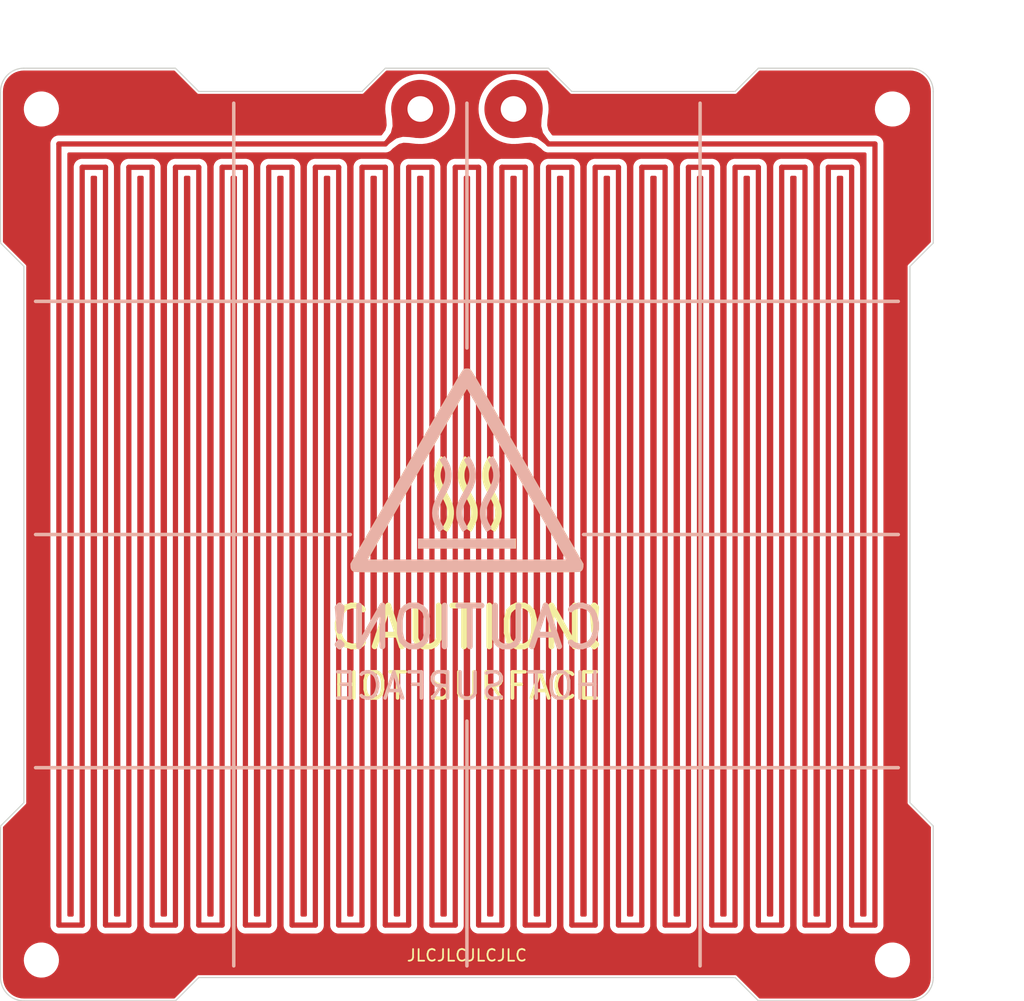
<source format=kicad_pcb>
(kicad_pcb (version 20221018) (generator pcbnew)
  (title_block (title "Reflow Hot Plate Heatbed") (date "2023-08-09") (rev "${REVISION}") (company "Author: I. Kajdan") (comment 1 "Promoter: A. Bondyra, Ph.D."))
  (layers (0 "F.Cu" signal) (31 "B.Cu" signal) (34 "B.Paste" user) (35 "F.Paste" user) (36 "B.SilkS" user "B.Silkscreen") (37 "F.SilkS" user "F.Silkscreen") (38 "B.Mask" user) (39 "F.Mask" user) (44 "Edge.Cuts" user))
  (property "REVISION" "1.0")
  (net 0 "")
  (net 1 "Net-(J1-Pin_1)")
  (footprint "MountingHole:MountingHole_2.5mm" (layer "F.Cu") (at 111.5 136.5 180)
    (fp_text reference "H3" hide)
    (fp_text value "2.5mm")
    (pad "" np_thru_hole circle locked (at 0 0 180) (size 2.5 2.5) (drill 2.5) (layers "*.Cu" "*.Mask"))
  )
  (footprint "Local_Library:Pad_D5mm_H2.2mm" (layer "F.Cu") (at 152 63.5 180)
    (fp_text reference "J1" hide)
    (fp_text value "Conn_01x01" hide)
    (pad "1" thru_hole circle locked (at 0 0 180) (size 5 5) (drill 2.2) (layers "*.Cu" "F.Mask") (remove_unused_layers) (zone_layer_connections "F.Cu") (net 1 "Net-(J1-Pin_1)"))
  )
  (footprint "MountingHole:MountingHole_2.5mm" (layer "F.Cu") (at 184.5 136.5 180)
    (fp_text reference "H4" hide)
    (fp_text value "2.5mm")
    (pad "" np_thru_hole circle locked (at 0 0 180) (size 2.5 2.5) (drill 2.5) (layers "*.Cu" "*.Mask"))
  )
  (footprint "Local_Library:Pad_D5mm_H2.2mm" (layer "F.Cu") (at 144 63.5 180)
    (fp_text reference "J2" hide)
    (fp_text value "Conn_01x01" hide)
    (pad "1" thru_hole circle locked (at 0 0 180) (size 5 5) (drill 2.2) (layers "*.Cu" "F.Mask") (remove_unused_layers) (zone_layer_connections "F.Cu") (net 1 "Net-(J1-Pin_1)"))
  )
  (footprint "MountingHole:MountingHole_2.5mm" (layer "F.Cu") (at 184.5 63.5 180)
    (fp_text reference "H1" hide)
    (fp_text value "2.5mm")
    (pad "" np_thru_hole circle locked (at 0 0 180) (size 2.5 2.5) (drill 2.5) (layers "*.Cu" "*.Mask"))
  )
  (footprint "Local_Library:HotSurfaceSign_20mm" (layer "F.Cu") (at 148 94.5)
    (fp_text reference "G***" hide)
    (fp_text value "LOGO" hide)
    (fp_poly (pts (xy 4.2 6.274901) (xy 4.2 6.708804) (xy 0.016666 6.708804) (xy -4.166667 6.708804) (xy -4.166667 6.274901) (xy -4.166667 5.840999) (xy 0.016666 5.840999) (xy 4.2 5.840999)) (fill solid) (layer "F.SilkS"))
    (fp_poly (pts (xy 0.030548 -1.08672) (xy 0.132254 -1.014458) (xy 0.211142 -0.957378) (xy 0.252687 -0.926013) (xy 0.255163 -0.923827) (xy 0.246078 -0.890415) (xy 0.209419 -0.812459) (xy 0.151567 -0.702857) (xy 0.102855 -0.615922) (xy -0.029289 -0.369078) (xy -0.121622 -0.154265) (xy -0.179393 0.045683) (xy -0.207851 0.247931) (xy -0.213084 0.417214) (xy -0.205832 0.581891) (xy -0.183966 0.740587) (xy -0.143919 0.90313) (xy -0.08212 1.079344) (xy 0.004997 1.279056) (xy 0.121003 1.512093) (xy 0.269467 1.78828) (xy 0.314241 1.86912) (xy 0.468809 2.151203) (xy 0.592231 2.387383) (xy 0.689157 2.588073) (xy 0.764233 2.763685) (xy 0.822108 2.924634) (xy 0.867429 3.081333) (xy 0.882286 3.141757) (xy 0.916892 3.359821) (xy 0.930566 3.611627) (xy 0.923352 3.868148) (xy 0.895298 4.100353) (xy 0.880683 4.170009) (xy 0.844498 4.286881) (xy 0.785584 4.44086) (xy 0.711453 4.615558) (xy 0.629619 4.794585) (xy 0.547598 4.961553) (xy 0.472902 5.100075) (xy 0.413046 5.193761) (xy 0.408779 5.199263) (xy 0.348547 5.275135) (xy 0.137655 5.126438) (xy 0.035905 5.054219) (xy -0.042748 4.997499) (xy -0.084017 4.966603) (xy -0.08657 4.96439) (xy -0.07707 4.931593) (xy -0.040479 4.854837) (xy 0.016492 4.747698) (xy 0.050649 4.686755) (xy 0.171023 4.463392) (xy 0.255888 4.272835) (xy 0.311551 4.095898) (xy 0.344317 3.913395) (xy 0.358267 3.750755) (xy 0.362564 3.569008) (xy 0.351818 3.399717) (xy 0.322695 3.232903) (xy 0.271861 3.058587) (xy 0.195983 2.866792) (xy 0.091726 2.647539) (xy -0.044244 2.390849) (xy -0.172899 2.160968) (xy -0.273714 1.980756) (xy -0.370938 1.801775) (xy -0.455938 1.64028) (xy -0.520079 1.512527) (xy -0.54064 1.468594) (xy -0.685629 1.072671) (xy -0.763999 0.678934) (xy -0.775746 0.287352) (xy -0.720868 -0.102103) (xy -0.599362 -0.48946) (xy -0.411225 -0.874748) (xy -0.274615 -1.092791) (xy -0.178807 -1.234334)) (fill solid) (layer "F.SilkS"))
    (fp_poly (pts (xy 1.950747 -1.216739) (xy 2.029168 -1.168448) (xy 2.130738 -1.099613) (xy 2.15596 -1.081741) (xy 2.370387 -0.928529) (xy 2.311673 -0.839757) (xy 2.166891 -0.608182) (xy 2.058667 -0.403179) (xy 1.976577 -0.203959) (xy 1.944244 -0.107007) (xy 1.9022 0.038024) (xy 1.878191 0.157224) (xy 1.869041 0.278048) (xy 1.87157 0.427954) (xy 1.8747 0.493782) (xy 1.885266 0.636316) (xy 1.903666 0.767898) (xy 1.933483 0.898097) (xy 1.978301 1.036484) (xy 2.041703 1.192627) (xy 2.127271 1.376096) (xy 2.23859 1.59646) (xy 2.379243 1.863288) (xy 2.406861 1.914952) (xy 2.570295 2.228237) (xy 2.700194 2.496778) (xy 2.800609 2.730965) (xy 2.875593 2.941187) (xy 2.929198 3.137833) (xy 2.965476 3.331293) (xy 2.969087 3.356433) (xy 2.990977 3.663523) (xy 2.968154 3.966274) (xy 2.89819 4.274339) (xy 2.77866 4.597375) (xy 2.607138 4.945036) (xy 2.53977 5.06498) (xy 2.476404 5.166979) (xy 2.421733 5.240998) (xy 2.386706 5.272375) (xy 2.38474 5.272604) (xy 2.342784 5.253686) (xy 2.263211 5.204499) (xy 2.161703 5.134869) (xy 2.140268 5.11944) (xy 1.930537 4.967261) (xy 2.000751 4.861751) (xy 2.105633 4.68382) (xy 2.209035 4.473229) (xy 2.299907 4.255231) (xy 2.367199 4.055077) (xy 2.386036 3.981229) (xy 2.420641 3.742683) (xy 2.416813 3.499794) (xy 2.372522 3.244121) (xy 2.285737 2.967225) (xy 2.154427 2.660666) (xy 1.992305 2.344722) (xy 1.821761 2.028628) (xy 1.682476 1.761021) (xy 1.571177 1.533281) (xy 1.484598 1.336792) (xy 1.419467 1.162935) (xy 1.372515 1.003092) (xy 1.340473 0.848645) (xy 1.320072 0.690975) (xy 1.309232 0.544198) (xy 1.306027 0.252064) (xy 1.3343 -0.0086) (xy 1.398718 -0.267444) (xy 1.467887 -0.463609) (xy 1.521441 -0.588613) (xy 1.590117 -0.729532) (xy 1.666727 -0.873849) (xy 1.744084 -1.009045) (xy 1.815003 -1.122602) (xy 1.872295 -1.202002) (xy 1.908773 -1.234726) (xy 1.910732 -1.234954)) (fill solid) (layer "F.SilkS"))
    (fp_poly (pts (xy -2.141176 -1.182323) (xy -2.059524 -1.126561) (xy -1.963485 -1.059629) (xy -1.87293 -0.995429) (xy -1.807726 -0.947863) (xy -1.791162 -0.934935) (xy -1.796204 -0.899119) (xy -1.830583 -0.820311) (xy -1.887989 -0.71193) (xy -1.929945 -0.639812) (xy -2.083575 -0.352993) (xy -2.186187 -0.084804) (xy -2.24348 0.181208) (xy -2.255701 0.300394) (xy -2.259602 0.465473) (xy -2.245545 0.630724) (xy -2.210742 0.80383) (xy -2.152403 0.992476) (xy -2.067742 1.204346) (xy -1.953969 1.447123) (xy -1.808296 1.728491) (xy -1.627936 2.056135) (xy -1.601759 2.102594) (xy -1.428633 2.424909) (xy -1.296623 2.70974) (xy -1.20218 2.969158) (xy -1.141757 3.215238) (xy -1.111805 3.460052) (xy -1.108774 3.715673) (xy -1.111214 3.771616) (xy -1.144204 4.091717) (xy -1.212151 4.379191) (xy -1.322518 4.662222) (xy -1.376347 4.77293) (xy -1.461831 4.934078) (xy -1.543023 5.074944) (xy -1.613364 5.185141) (xy -1.666298 5.254282) (xy -1.692085 5.273056) (xy -1.729673 5.25523) (xy -1.80643 5.208619) (xy -1.906891 5.14269) (xy -1.923805 5.131204) (xy -2.023407 5.060494) (xy -2.097156 5.002895) (xy -2.131273 4.969282) (xy -2.132139 4.966776) (xy -2.116198 4.929214) (xy -2.073007 4.851318) (xy -2.011394 4.748888) (xy -2.00158 4.733137) (xy -1.837217 4.427985) (xy -1.731635 4.127032) (xy -1.679799 3.815163) (xy -1.675691 3.754928) (xy -1.673777 3.554959) (xy -1.692701 3.362485) (xy -1.735881 3.167191) (xy -1.806733 2.958765) (xy -1.908673 2.726892) (xy -2.045118 2.46126) (xy -2.189819 2.202891) (xy -2.353075 1.913262) (xy -2.483346 1.667309) (xy -2.585553 1.453795) (xy -2.664617 1.261481) (xy -2.725459 1.07913) (xy -2.772999 0.895505) (xy -2.783666 0.846743) (xy -2.827244 0.480814) (xy -2.805874 0.106071) (xy -2.720013 -0.273362) (xy -2.63361 -0.511519) (xy -2.5656 -0.661271) (xy -2.487145 -0.81233) (xy -2.405205 -0.953727) (xy -2.326738 -1.074491) (xy -2.258705 -1.163654) (xy -2.208064 -1.210246) (xy -2.188573 -1.213013)) (fill solid) (layer "F.SilkS"))
    (fp_poly (pts (xy 0.182909 -8.723919) (xy 0.303403 -8.668548) (xy 0.319769 -8.652357) (xy 0.345805 -8.618586) (xy 0.382562 -8.565441) (xy 0.431088 -8.491128) (xy 0.492433 -8.393853) (xy 0.567648 -8.271821) (xy 0.657782 -8.123237) (xy 0.763884 -7.946309) (xy 0.887005 -7.73924) (xy 1.028194 -7.500237) (xy 1.1885 -7.227506) (xy 1.368974 -6.919253) (xy 1.570665 -6.573682) (xy 1.794622 -6.189001) (xy 2.041897 -5.763413) (xy 2.313537 -5.295126) (xy 2.610594 -4.782345) (xy 2.934116 -4.223275) (xy 3.285154 -3.616123) (xy 3.664756 -2.959094) (xy 4.073973 -2.250393) (xy 4.513855 -1.488226) (xy 4.985451 -0.6708) (xy 5.209397 -0.282543) (xy 10.002128 8.027201) (xy 9.991591 8.228884) (xy 9.959326 8.421214) (xy 9.883003 8.566464) (xy 9.759192 8.670479) (xy 9.720618 8.690629) (xy 9.705559 8.695996) (xy 9.682245 8.700999) (xy 9.648414 8.70565) (xy 9.6018 8.709961) (xy 9.54014 8.713945) (xy 9.461169 8.717615) (xy 9.362623 8.720983) (xy 9.242237 8.72406) (xy 9.097747 8.726861) (xy 8.92689 8.729397) (xy 8.727399 8.73168) (xy 8.497012 8.733723) (xy 8.233464 8.735539) (xy 7.934491 8.73714) (xy 7.597828 8.738538) (xy 7.221211 8.739745) (xy 6.802376 8.740775) (xy 6.339058 8.74164) (xy 5.828993 8.742352) (xy 5.269917 8.742923) (xy 4.659566 8.743366) (xy 3.995674 8.743694) (xy 3.275979 8.743918) (xy 2.498215 8.744052) (xy 1.660118 8.744107) (xy 0.759424 8.744097) (xy -0.005038 8.744049) (xy -0.957412 8.743953) (xy -1.845382 8.743809) (xy -2.671208 8.743607) (xy -3.437153 8.743333) (xy -4.145478 8.742974) (xy -4.798445 8.742518) (xy -5.398316 8.741952) (xy -5.947353 8.741263) (xy -6.447818 8.740439) (xy -6.901971 8.739466) (xy -7.312076 8.738333) (xy -7.680393 8.737025) (xy -8.009185 8.735532) (xy -8.300713 8.733839) (xy -8.557239 8.731934) (xy -8.781025 8.729804) (xy -8.974332 8.727437) (xy -9.139423 8.724819) (xy -9.278559 8.721939) (xy -9.394001 8.718783) (xy -9.488013 8.715339) (xy -9.562854 8.711594) (xy -9.620788 8.707535) (xy -9.664075 8.703149) (xy -9.694979 8.698424) (xy -9.715759 8.693346) (xy -9.726061 8.6893) (xy -9.857821 8.597993) (xy -9.940489 8.473847) (xy -9.979012 8.307659) (xy -9.983274 8.210775) (xy -9.983215 7.993824) (xy -9.781087 7.643364) (xy -8.496042 7.643364) (xy 0.003384 7.643364) (xy 8.50281 7.643364) (xy 8.420394 7.501511) (xy 8.396482 7.460246) (xy 8.340599 7.363742) (xy 8.254203 7.214517) (xy 8.138751 7.015089) (xy 7.9957 6.767976) (xy 7.826507 6.475694) (xy 7.632631 6.140763) (xy 7.415527 5.765699) (xy 7.176654 5.35302) (xy 6.917469 4.905244) (xy 6.639428 4.424889) (xy 6.34399 3.914471) (xy 6.032611 3.37651) (xy 5.706749 2.813521) (xy 5.367862 2.228024) (xy 5.017406 1.622535) (xy 4.656838 0.999573) (xy 4.287617 0.361655) (xy 4.184546 0.183574) (xy 3.814145 -0.456253) (xy 3.452412 -1.080845) (xy 3.100777 -1.687744) (xy 2.760668 -2.274494) (xy 2.433514 -2.838638) (xy 2.120744 -3.377718) (xy 1.823786 -3.889277) (xy 1.54407 -4.370858) (xy 1.283024 -4.820004) (xy 1.042076 -5.234259) (xy 0.822656 -5.611164) (xy 0.626192 -5.948262) (xy 0.454114 -6.243098) (xy 0.307849 -6.493212) (xy 0.188827 -6.69615) (xy 0.098476 -6.849452) (xy 0.038226 -6.950663) (xy 0.009504 -6.997324) (xy 0.007223 -7.00033) (xy -0.011656 -6.972379) (xy -0.063209 -6.887775) (xy -0.146766 -6.74767) (xy -0.261659 -6.553217) (xy -0.407216 -6.305569) (xy -0.582771 -6.005877) (xy -0.787652 -5.655295) (xy -1.021191 -5.254975) (xy -1.282718 -4.806069) (xy -1.571565 -4.309729) (xy -1.887062 -3.767109) (xy -2.228539 -3.17936) (xy -2.595327 -2.547636) (xy -2.986758 -1.873088) (xy -3.402161 -1.156869) (xy -3.840867 -0.400131) (xy -4.302208 0.395973) (xy -4.785513 1.23029) (xy -5.290114 2.101668) (xy -5.815341 3.008956) (xy -6.360525 3.950999) (xy -6.924997 4.926647) (xy -7.508087 5.934745) (xy -8.109126 6.974143) (xy -8.239688 7.199963) (xy -8.496042 7.643364) (xy -9.781087 7.643364) (xy -5.202925 -0.294486) (xy -4.720702 -1.130484) (xy -4.270642 -1.910482) (xy -3.85166 -2.636336) (xy -3.462667 -3.309906) (xy -3.102577 -3.933047) (xy -2.770302 -4.507618) (xy -2.464755 -5.035476) (xy -2.184848 -5.518479) (xy -1.929493 -5.958484) (xy -1.697605 -6.357349) (xy -1.488094 -6.716931) (xy -1.299875 -7.039087) (xy -1.131859 -7.325676) (xy -0.982959 -7.578554) (xy -0.852087 -7.799579) (xy -0.738157 -7.99061) (xy -0.640081 -8.153502) (xy -0.556771 -8.290114) (xy -0.487141 -8.402303) (xy -0.430103 -8.491927) (xy -0.384569 -8.560843) (xy -0.349452 -8.610909) (xy -0.323665 -8.643982) (xy -0.30612 -8.66192) (xy -0.303581 -8.663803) (xy -0.155843 -8.728542) (xy 0.01477 -8.748645)) (fill solid) (layer "F.SilkS"))
  )
  (footprint "MountingHole:MountingHole_2.5mm" (layer "F.Cu") (at 111.5 63.5 180)
    (fp_text reference "H2" hide)
    (fp_text value "2.5mm")
    (pad "" np_thru_hole circle locked (at 0 0 180) (size 2.5 2.5) (drill 2.5) (layers "*.Cu" "*.Mask"))
  )
  (footprint "Local_Library:HotSurfaceSign_20mm" (layer "B.Cu") (at 148 94.5 180)
    (fp_text reference "G***" hide)
    (fp_text value "LOGO" hide)
    (fp_poly (pts (xy 4.2 -6.274901) (xy 4.2 -6.708804) (xy 0.016666 -6.708804) (xy -4.166667 -6.708804) (xy -4.166667 -6.274901) (xy -4.166667 -5.840999) (xy 0.016666 -5.840999) (xy 4.2 -5.840999)) (fill solid) (layer "B.SilkS"))
    (fp_poly (pts (xy 0.030548 1.08672) (xy 0.132254 1.014458) (xy 0.211142 0.957378) (xy 0.252687 0.926013) (xy 0.255163 0.923827) (xy 0.246078 0.890415) (xy 0.209419 0.812459) (xy 0.151567 0.702857) (xy 0.102855 0.615922) (xy -0.029289 0.369078) (xy -0.121622 0.154265) (xy -0.179393 -0.045683) (xy -0.207851 -0.247931) (xy -0.213084 -0.417214) (xy -0.205832 -0.581891) (xy -0.183966 -0.740587) (xy -0.143919 -0.90313) (xy -0.08212 -1.079344) (xy 0.004997 -1.279056) (xy 0.121003 -1.512093) (xy 0.269467 -1.78828) (xy 0.314241 -1.86912) (xy 0.468809 -2.151203) (xy 0.592231 -2.387383) (xy 0.689157 -2.588073) (xy 0.764233 -2.763685) (xy 0.822108 -2.924634) (xy 0.867429 -3.081333) (xy 0.882286 -3.141757) (xy 0.916892 -3.359821) (xy 0.930566 -3.611627) (xy 0.923352 -3.868148) (xy 0.895298 -4.100353) (xy 0.880683 -4.170009) (xy 0.844498 -4.286881) (xy 0.785584 -4.44086) (xy 0.711453 -4.615558) (xy 0.629619 -4.794585) (xy 0.547598 -4.961553) (xy 0.472902 -5.100075) (xy 0.413046 -5.193761) (xy 0.408779 -5.199263) (xy 0.348547 -5.275135) (xy 0.137655 -5.126438) (xy 0.035905 -5.054219) (xy -0.042748 -4.997499) (xy -0.084017 -4.966603) (xy -0.08657 -4.96439) (xy -0.07707 -4.931593) (xy -0.040479 -4.854837) (xy 0.016492 -4.747698) (xy 0.050649 -4.686755) (xy 0.171023 -4.463392) (xy 0.255888 -4.272835) (xy 0.311551 -4.095898) (xy 0.344317 -3.913395) (xy 0.358267 -3.750755) (xy 0.362564 -3.569008) (xy 0.351818 -3.399717) (xy 0.322695 -3.232903) (xy 0.271861 -3.058587) (xy 0.195983 -2.866792) (xy 0.091726 -2.647539) (xy -0.044244 -2.390849) (xy -0.172899 -2.160968) (xy -0.273714 -1.980756) (xy -0.370938 -1.801775) (xy -0.455938 -1.64028) (xy -0.520079 -1.512527) (xy -0.54064 -1.468594) (xy -0.685629 -1.072671) (xy -0.763999 -0.678934) (xy -0.775746 -0.287352) (xy -0.720868 0.102103) (xy -0.599362 0.48946) (xy -0.411225 0.874748) (xy -0.274615 1.092791) (xy -0.178807 1.234334)) (fill solid) (layer "B.SilkS"))
    (fp_poly (pts (xy 1.950747 1.216739) (xy 2.029168 1.168448) (xy 2.130738 1.099613) (xy 2.15596 1.081741) (xy 2.370387 0.928529) (xy 2.311673 0.839757) (xy 2.166891 0.608182) (xy 2.058667 0.403179) (xy 1.976577 0.203959) (xy 1.944244 0.107007) (xy 1.9022 -0.038024) (xy 1.878191 -0.157224) (xy 1.869041 -0.278048) (xy 1.87157 -0.427954) (xy 1.8747 -0.493782) (xy 1.885266 -0.636316) (xy 1.903666 -0.767898) (xy 1.933483 -0.898097) (xy 1.978301 -1.036484) (xy 2.041703 -1.192627) (xy 2.127271 -1.376096) (xy 2.23859 -1.59646) (xy 2.379243 -1.863288) (xy 2.406861 -1.914952) (xy 2.570295 -2.228237) (xy 2.700194 -2.496778) (xy 2.800609 -2.730965) (xy 2.875593 -2.941187) (xy 2.929198 -3.137833) (xy 2.965476 -3.331293) (xy 2.969087 -3.356433) (xy 2.990977 -3.663523) (xy 2.968154 -3.966274) (xy 2.89819 -4.274339) (xy 2.77866 -4.597375) (xy 2.607138 -4.945036) (xy 2.53977 -5.06498) (xy 2.476404 -5.166979) (xy 2.421733 -5.240998) (xy 2.386706 -5.272375) (xy 2.38474 -5.272604) (xy 2.342784 -5.253686) (xy 2.263211 -5.204499) (xy 2.161703 -5.134869) (xy 2.140268 -5.11944) (xy 1.930537 -4.967261) (xy 2.000751 -4.861751) (xy 2.105633 -4.68382) (xy 2.209035 -4.473229) (xy 2.299907 -4.255231) (xy 2.367199 -4.055077) (xy 2.386036 -3.981229) (xy 2.420641 -3.742683) (xy 2.416813 -3.499794) (xy 2.372522 -3.244121) (xy 2.285737 -2.967225) (xy 2.154427 -2.660666) (xy 1.992305 -2.344722) (xy 1.821761 -2.028628) (xy 1.682476 -1.761021) (xy 1.571177 -1.533281) (xy 1.484598 -1.336792) (xy 1.419467 -1.162935) (xy 1.372515 -1.003092) (xy 1.340473 -0.848645) (xy 1.320072 -0.690975) (xy 1.309232 -0.544198) (xy 1.306027 -0.252064) (xy 1.3343 0.0086) (xy 1.398718 0.267444) (xy 1.467887 0.463609) (xy 1.521441 0.588613) (xy 1.590117 0.729532) (xy 1.666727 0.873849) (xy 1.744084 1.009045) (xy 1.815003 1.122602) (xy 1.872295 1.202002) (xy 1.908773 1.234726) (xy 1.910732 1.234954)) (fill solid) (layer "B.SilkS"))
    (fp_poly (pts (xy -2.141176 1.182323) (xy -2.059524 1.126561) (xy -1.963485 1.059629) (xy -1.87293 0.995429) (xy -1.807726 0.947863) (xy -1.791162 0.934935) (xy -1.796204 0.899119) (xy -1.830583 0.820311) (xy -1.887989 0.71193) (xy -1.929945 0.639812) (xy -2.083575 0.352993) (xy -2.186187 0.084804) (xy -2.24348 -0.181208) (xy -2.255701 -0.300394) (xy -2.259602 -0.465473) (xy -2.245545 -0.630724) (xy -2.210742 -0.80383) (xy -2.152403 -0.992476) (xy -2.067742 -1.204346) (xy -1.953969 -1.447123) (xy -1.808296 -1.728491) (xy -1.627936 -2.056135) (xy -1.601759 -2.102594) (xy -1.428633 -2.424909) (xy -1.296623 -2.70974) (xy -1.20218 -2.969158) (xy -1.141757 -3.215238) (xy -1.111805 -3.460052) (xy -1.108774 -3.715673) (xy -1.111214 -3.771616) (xy -1.144204 -4.091717) (xy -1.212151 -4.379191) (xy -1.322518 -4.662222) (xy -1.376347 -4.77293) (xy -1.461831 -4.934078) (xy -1.543023 -5.074944) (xy -1.613364 -5.185141) (xy -1.666298 -5.254282) (xy -1.692085 -5.273056) (xy -1.729673 -5.25523) (xy -1.80643 -5.208619) (xy -1.906891 -5.14269) (xy -1.923805 -5.131204) (xy -2.023407 -5.060494) (xy -2.097156 -5.002895) (xy -2.131273 -4.969282) (xy -2.132139 -4.966776) (xy -2.116198 -4.929214) (xy -2.073007 -4.851318) (xy -2.011394 -4.748888) (xy -2.00158 -4.733137) (xy -1.837217 -4.427985) (xy -1.731635 -4.127032) (xy -1.679799 -3.815163) (xy -1.675691 -3.754928) (xy -1.673777 -3.554959) (xy -1.692701 -3.362485) (xy -1.735881 -3.167191) (xy -1.806733 -2.958765) (xy -1.908673 -2.726892) (xy -2.045118 -2.46126) (xy -2.189819 -2.202891) (xy -2.353075 -1.913262) (xy -2.483346 -1.667309) (xy -2.585553 -1.453795) (xy -2.664617 -1.261481) (xy -2.725459 -1.07913) (xy -2.772999 -0.895505) (xy -2.783666 -0.846743) (xy -2.827244 -0.480814) (xy -2.805874 -0.106071) (xy -2.720013 0.273362) (xy -2.63361 0.511519) (xy -2.5656 0.661271) (xy -2.487145 0.81233) (xy -2.405205 0.953727) (xy -2.326738 1.074491) (xy -2.258705 1.163654) (xy -2.208064 1.210246) (xy -2.188573 1.213013)) (fill solid) (layer "B.SilkS"))
    (fp_poly (pts (xy 0.182909 8.723919) (xy 0.303403 8.668548) (xy 0.319769 8.652357) (xy 0.345805 8.618586) (xy 0.382562 8.565441) (xy 0.431088 8.491128) (xy 0.492433 8.393853) (xy 0.567648 8.271821) (xy 0.657782 8.123237) (xy 0.763884 7.946309) (xy 0.887005 7.73924) (xy 1.028194 7.500237) (xy 1.1885 7.227506) (xy 1.368974 6.919253) (xy 1.570665 6.573682) (xy 1.794622 6.189001) (xy 2.041897 5.763413) (xy 2.313537 5.295126) (xy 2.610594 4.782345) (xy 2.934116 4.223275) (xy 3.285154 3.616123) (xy 3.664756 2.959094) (xy 4.073973 2.250393) (xy 4.513855 1.488226) (xy 4.985451 0.6708) (xy 5.209397 0.282543) (xy 10.002128 -8.027201) (xy 9.991591 -8.228884) (xy 9.959326 -8.421214) (xy 9.883003 -8.566464) (xy 9.759192 -8.670479) (xy 9.720618 -8.690629) (xy 9.705559 -8.695996) (xy 9.682245 -8.700999) (xy 9.648414 -8.70565) (xy 9.6018 -8.709961) (xy 9.54014 -8.713945) (xy 9.461169 -8.717615) (xy 9.362623 -8.720983) (xy 9.242237 -8.72406) (xy 9.097747 -8.726861) (xy 8.92689 -8.729397) (xy 8.727399 -8.73168) (xy 8.497012 -8.733723) (xy 8.233464 -8.735539) (xy 7.934491 -8.73714) (xy 7.597828 -8.738538) (xy 7.221211 -8.739745) (xy 6.802376 -8.740775) (xy 6.339058 -8.74164) (xy 5.828993 -8.742352) (xy 5.269917 -8.742923) (xy 4.659566 -8.743366) (xy 3.995674 -8.743694) (xy 3.275979 -8.743918) (xy 2.498215 -8.744052) (xy 1.660118 -8.744107) (xy 0.759424 -8.744097) (xy -0.005038 -8.744049) (xy -0.957412 -8.743953) (xy -1.845382 -8.743809) (xy -2.671208 -8.743607) (xy -3.437153 -8.743333) (xy -4.145478 -8.742974) (xy -4.798445 -8.742518) (xy -5.398316 -8.741952) (xy -5.947353 -8.741263) (xy -6.447818 -8.740439) (xy -6.901971 -8.739466) (xy -7.312076 -8.738333) (xy -7.680393 -8.737025) (xy -8.009185 -8.735532) (xy -8.300713 -8.733839) (xy -8.557239 -8.731934) (xy -8.781025 -8.729804) (xy -8.974332 -8.727437) (xy -9.139423 -8.724819) (xy -9.278559 -8.721939) (xy -9.394001 -8.718783) (xy -9.488013 -8.715339) (xy -9.562854 -8.711594) (xy -9.620788 -8.707535) (xy -9.664075 -8.703149) (xy -9.694979 -8.698424) (xy -9.715759 -8.693346) (xy -9.726061 -8.6893) (xy -9.857821 -8.597993) (xy -9.940489 -8.473847) (xy -9.979012 -8.307659) (xy -9.983274 -8.210775) (xy -9.983215 -7.993824) (xy -9.781087 -7.643364) (xy -8.496042 -7.643364) (xy 0.003384 -7.643364) (xy 8.50281 -7.643364) (xy 8.420394 -7.501511) (xy 8.396482 -7.460246) (xy 8.340599 -7.363742) (xy 8.254203 -7.214517) (xy 8.138751 -7.015089) (xy 7.9957 -6.767976) (xy 7.826507 -6.475694) (xy 7.632631 -6.140763) (xy 7.415527 -5.765699) (xy 7.176654 -5.35302) (xy 6.917469 -4.905244) (xy 6.639428 -4.424889) (xy 6.34399 -3.914471) (xy 6.032611 -3.37651) (xy 5.706749 -2.813521) (xy 5.367862 -2.228024) (xy 5.017406 -1.622535) (xy 4.656838 -0.999573) (xy 4.287617 -0.361655) (xy 4.184546 -0.183574) (xy 3.814145 0.456253) (xy 3.452412 1.080845) (xy 3.100777 1.687744) (xy 2.760668 2.274494) (xy 2.433514 2.838638) (xy 2.120744 3.377718) (xy 1.823786 3.889277) (xy 1.54407 4.370858) (xy 1.283024 4.820004) (xy 1.042076 5.234259) (xy 0.822656 5.611164) (xy 0.626192 5.948262) (xy 0.454114 6.243098) (xy 0.307849 6.493212) (xy 0.188827 6.69615) (xy 0.098476 6.849452) (xy 0.038226 6.950663) (xy 0.009504 6.997324) (xy 0.007223 7.00033) (xy -0.011656 6.972379) (xy -0.063209 6.887775) (xy -0.146766 6.74767) (xy -0.261659 6.553217) (xy -0.407216 6.305569) (xy -0.582771 6.005877) (xy -0.787652 5.655295) (xy -1.021191 5.254975) (xy -1.282718 4.806069) (xy -1.571565 4.309729) (xy -1.887062 3.767109) (xy -2.228539 3.17936) (xy -2.595327 2.547636) (xy -2.986758 1.873088) (xy -3.402161 1.156869) (xy -3.840867 0.400131) (xy -4.302208 -0.395973) (xy -4.785513 -1.23029) (xy -5.290114 -2.101668) (xy -5.815341 -3.008956) (xy -6.360525 -3.950999) (xy -6.924997 -4.926647) (xy -7.508087 -5.934745) (xy -8.109126 -6.974143) (xy -8.239688 -7.199963) (xy -8.496042 -7.643364) (xy -9.781087 -7.643364) (xy -5.202925 0.294486) (xy -4.720702 1.130484) (xy -4.270642 1.910482) (xy -3.85166 2.636336) (xy -3.462667 3.309906) (xy -3.102577 3.933047) (xy -2.770302 4.507618) (xy -2.464755 5.035476) (xy -2.184848 5.518479) (xy -1.929493 5.958484) (xy -1.697605 6.357349) (xy -1.488094 6.716931) (xy -1.299875 7.039087) (xy -1.131859 7.325676) (xy -0.982959 7.578554) (xy -0.852087 7.799579) (xy -0.738157 7.99061) (xy -0.640081 8.153502) (xy -0.556771 8.290114) (xy -0.487141 8.402303) (xy -0.430103 8.491927) (xy -0.384569 8.560843) (xy -0.349452 8.610909) (xy -0.323665 8.643982) (xy -0.30612 8.66192) (xy -0.303581 8.663803) (xy -0.155843 8.728542) (xy 0.01477 8.748645)) (fill solid) (layer "B.SilkS"))
  )
  (gr_line (start 148 116) (end 148 137) (stroke (width 0.3)) (layer "B.SilkS"))
  (gr_line (start 168 63) (end 168 137) (stroke (width 0.3)) (layer "B.SilkS"))
  (gr_line (start 185 120) (end 111 120) (stroke (width 0.3)) (layer "B.SilkS"))
  (gr_line (start 138 100) (end 111 100) (stroke (width 0.3)) (layer "B.SilkS"))
  (gr_line (start 111 80) (end 185 80) (stroke (width 0.3)) (layer "B.SilkS"))
  (gr_line (start 185 100) (end 158 100) (stroke (width 0.3)) (layer "B.SilkS"))
  (gr_line (start 148 63) (end 148 84) (stroke (width 0.3)) (layer "B.SilkS"))
  (gr_line (start 128 63) (end 128 137) (stroke (width 0.3)) (layer "B.SilkS"))
  (gr_line (start 108 125) (end 110 123) (stroke (width 0.1)) (layer "Edge.Cuts"))
  (gr_line (start 173 140) (end 171 138) (stroke (width 0.1)) (layer "Edge.Cuts"))
  (gr_line (start 186 77) (end 188 75) (stroke (width 0.1)) (layer "Edge.Cuts"))
  (gr_line (start 141 60) (end 139 62) (stroke (width 0.1)) (layer "Edge.Cuts"))
  (gr_line (start 171 62) (end 173 60) (stroke (width 0.1)) (layer "Edge.Cuts"))
  (gr_line (start 171 138) (end 125 138) (stroke (width 0.1)) (layer "Edge.Cuts"))
  (gr_line (start 108 138) (end 108 125) (stroke (width 0.1)) (layer "Edge.Cuts"))
  (gr_arc (start 108 62) (mid 108.585786 60.585786) (end 110 60) (stroke (width 0.1)) (layer "Edge.Cuts"))
  (gr_arc (start 110 140) (mid 108.585786 139.414214) (end 108 138) (stroke (width 0.1)) (layer "Edge.Cuts"))
  (gr_line (start 157 62) (end 171 62) (stroke (width 0.1)) (layer "Edge.Cuts"))
  (gr_line (start 139 62) (end 125 62) (stroke (width 0.1)) (layer "Edge.Cuts"))
  (gr_line (start 188 125) (end 188 138) (stroke (width 0.1)) (layer "Edge.Cuts"))
  (gr_line (start 155 60) (end 157 62) (stroke (width 0.1)) (layer "Edge.Cuts"))
  (gr_arc (start 186 60) (mid 187.414214 60.585786) (end 188 62) (stroke (width 0.1)) (layer "Edge.Cuts"))
  (gr_line (start 186 140) (end 173 140) (stroke (width 0.1)) (layer "Edge.Cuts"))
  (gr_line (start 123 140) (end 110 140) (stroke (width 0.1)) (layer "Edge.Cuts"))
  (gr_line (start 110 77) (end 108 75) (stroke (width 0.1)) (layer "Edge.Cuts"))
  (gr_line (start 186 123) (end 186 77) (stroke (width 0.1)) (layer "Edge.Cuts"))
  (gr_line (start 110 123) (end 110 77) (stroke (width 0.1)) (layer "Edge.Cuts"))
  (gr_arc (start 188 138) (mid 187.414214 139.414214) (end 186 140) (stroke (width 0.1)) (layer "Edge.Cuts"))
  (gr_line (start 186 123) (end 188 125) (stroke (width 0.1)) (layer "Edge.Cuts"))
  (gr_line (start 125 138) (end 123 140) (stroke (width 0.1)) (layer "Edge.Cuts"))
  (gr_line (start 155 60) (end 141 60) (stroke (width 0.1)) (layer "Edge.Cuts"))
  (gr_line (start 108 75) (end 108 62) (stroke (width 0.1)) (layer "Edge.Cuts"))
  (gr_line (start 173 60) (end 186 60) (stroke (width 0.1)) (layer "Edge.Cuts"))
  (gr_line (start 125 62) (end 123 60) (stroke (width 0.1)) (layer "Edge.Cuts"))
  (gr_line (start 110 60) (end 123 60) (stroke (width 0.1)) (layer "Edge.Cuts"))
  (gr_line (start 188 62) (end 188 75) (stroke (width 0.1)) (layer "Edge.Cuts"))
  (gr_text "HOT SURFACE" (at 148 113) (layer "B.SilkS") (effects (font (size 2.25 2.25) (thickness 0.3)) (justify mirror)))
  (gr_text "CAUTION!" (at 148 108) (layer "B.SilkS") (effects (font (size 3.5 3.5) (thickness 0.5)) (justify mirror)))
  (gr_text "HOT SURFACE" (at 148 113) (layer "F.SilkS") (effects (font (size 2.25 2.25) (thickness 0.3))))
  (gr_text "CAUTION!" (at 148 108) (layer "F.SilkS") (effects (font (size 3.5 3.5) (thickness 0.5))))
  (gr_text "JLCJLCJLCJLC" (at 148 136.1) (layer "F.SilkS") (effects (font (size 1 1))))
  (segment (start 119 68.5) (end 121 68.5) (width 0.449) (layer "F.Cu") (net 1))
  (segment (start 171 133.5) (end 171 68.5) (width 0.449) (layer "F.Cu") (net 1))
  (segment (start 125 133.5) (end 127 133.5) (width 0.449) (layer "F.Cu") (net 1))
  (segment (start 135 133.5) (end 135 68.5) (width 0.449) (layer "F.Cu") (net 1))
  (segment (start 169 68.5) (end 169 133.5) (width 0.449) (layer "F.Cu") (net 1))
  (segment (start 149 68.5) (end 149 133.5) (width 0.449) (layer "F.Cu") (net 1))
  (segment (start 117 68.5) (end 117 133.5) (width 0.449) (layer "F.Cu") (net 1))
  (segment (start 175 68.5) (end 177 68.5) (width 0.449) (layer "F.Cu") (net 1))
  (segment (start 167 133.5) (end 167 68.5) (width 0.449) (layer "F.Cu") (net 1))
  (segment (start 123 133.5) (end 123 68.5) (width 0.449) (layer "F.Cu") (net 1))
  (segment (start 159 133.5) (end 159 68.5) (width 0.449) (layer "F.Cu") (net 1))
  (segment (start 131 68.5) (end 133 68.5) (width 0.449) (layer "F.Cu") (net 1))
  (segment (start 183 133.5) (end 183 66.5) (width 0.449) (layer "F.Cu") (net 1))
  (segment (start 129 133.5) (end 131 133.5) (width 0.449) (layer "F.Cu") (net 1))
  (segment (start 137 133.5) (end 139 133.5) (width 0.449) (layer "F.Cu") (net 1))
  (segment (start 175 133.5) (end 175 68.5) (width 0.449) (layer "F.Cu") (net 1))
  (segment (start 127 68.5) (end 129 68.5) (width 0.449) (layer "F.Cu") (net 1))
  (segment (start 113 133.5) (end 115 133.5) (width 0.449) (layer "F.Cu") (net 1))
  (segment (start 133 68.5) (end 133 133.5) (width 0.449) (layer "F.Cu") (net 1))
  (segment (start 151 68.5) (end 153 68.5) (width 0.449) (layer "F.Cu") (net 1))
  (segment (start 167 68.5) (end 169 68.5) (width 0.449) (layer "F.Cu") (net 1))
  (segment (start 177 133.5) (end 179 133.5) (width 0.449) (layer "F.Cu") (net 1))
  (segment (start 145 68.5) (end 145 133.5) (width 0.449) (layer "F.Cu") (net 1))
  (segment (start 117 133.5) (end 119 133.5) (width 0.449) (layer "F.Cu") (net 1))
  (segment (start 163 133.5) (end 163 68.5) (width 0.449) (layer "F.Cu") (net 1))
  (segment (start 141 133.5) (end 143 133.5) (width 0.449) (layer "F.Cu") (net 1))
  (segment (start 161 68.5) (end 161 133.5) (width 0.449) (layer "F.Cu") (net 1))
  (segment (start 173 68.5) (end 173 133.5) (width 0.449) (layer "F.Cu") (net 1))
  (segment (start 151 133.5) (end 151 68.5) (width 0.449) (layer "F.Cu") (net 1))
  (segment (start 157 68.5) (end 157 133.5) (width 0.449) (layer "F.Cu") (net 1))
  (segment (start 113 66.5) (end 113 133.5) (width 0.449) (layer "F.Cu") (net 1))
  (segment (start 129 68.5) (end 129 133.5) (width 0.449) (layer "F.Cu") (net 1))
  (segment (start 165 68.5) (end 165 133.5) (width 0.449) (layer "F.Cu") (net 1))
  (segment (start 181 68.5) (end 181 133.5) (width 0.449) (layer "F.Cu") (net 1))
  (segment (start 149 133.5) (end 151 133.5) (width 0.449) (layer "F.Cu") (net 1))
  (segment (start 125 68.5) (end 125 133.5) (width 0.449) (layer "F.Cu") (net 1))
  (segment (start 171 68.5) (end 173 68.5) (width 0.449) (layer "F.Cu") (net 1))
  (segment (start 115 68.5) (end 117 68.5) (width 0.449) (layer "F.Cu") (net 1))
  (segment (start 147 133.5) (end 147 68.5) (width 0.449) (layer "F.Cu") (net 1))
  (segment (start 139 68.5) (end 141 68.5) (width 0.449) (layer "F.Cu") (net 1))
  (segment (start 179 133.5) (end 179 68.5) (width 0.449) (layer "F.Cu") (net 1))
  (segment (start 181 133.5) (end 183 133.5) (width 0.449) (layer "F.Cu") (net 1))
  (segment (start 135 68.5) (end 137 68.5) (width 0.449) (layer "F.Cu") (net 1))
  (segment (start 163 68.5) (end 165 68.5) (width 0.449) (layer "F.Cu") (net 1))
  (segment (start 145 133.5) (end 147 133.5) (width 0.449) (layer "F.Cu") (net 1))
  (segment (start 139 133.5) (end 139 68.5) (width 0.449) (layer "F.Cu") (net 1))
  (segment (start 147 68.5) (end 149 68.5) (width 0.449) (layer "F.Cu") (net 1))
  (segment (start 141 68.5) (end 141 133.5) (width 0.449) (layer "F.Cu") (net 1))
  (segment (start 155 68.5) (end 157 68.5) (width 0.449) (layer "F.Cu") (net 1))
  (segment (start 123 68.5) (end 125 68.5) (width 0.449) (layer "F.Cu") (net 1))
  (segment (start 183 66.5) (end 155 66.5) (width 0.449) (layer "F.Cu") (net 1))
  (segment (start 179 68.5) (end 181 68.5) (width 0.449) (layer "F.Cu") (net 1))
  (segment (start 137 68.5) (end 137 133.5) (width 0.449) (layer "F.Cu") (net 1))
  (segment (start 131 133.5) (end 131 68.5) (width 0.449) (layer "F.Cu") (net 1))
  (segment (start 161 133.5) (end 163 133.5) (width 0.449) (layer "F.Cu") (net 1))
  (segment (start 159 68.5) (end 161 68.5) (width 0.449) (layer "F.Cu") (net 1))
  (segment (start 173 133.5) (end 175 133.5) (width 0.449) (layer "F.Cu") (net 1))
  (segment (start 153 68.5) (end 153 133.5) (width 0.449) (layer "F.Cu") (net 1))
  (segment (start 177 68.5) (end 177 133.5) (width 0.449) (layer "F.Cu") (net 1))
  (segment (start 121 68.5) (end 121 133.5) (width 0.449) (layer "F.Cu") (net 1))
  (segment (start 115 133.5) (end 115 68.5) (width 0.449) (layer "F.Cu") (net 1))
  (segment (start 121 133.5) (end 123 133.5) (width 0.449) (layer "F.Cu") (net 1))
  (segment (start 144 63.5) (end 141 66.5) (width 0.449) (layer "F.Cu") (net 1))
  (segment (start 153 133.5) (end 155 133.5) (width 0.449) (layer "F.Cu") (net 1))
  (segment (start 169 133.5) (end 171 133.5) (width 0.449) (layer "F.Cu") (net 1))
  (segment (start 143 68.5) (end 145 68.5) (width 0.449) (layer "F.Cu") (net 1))
  (segment (start 155 133.5) (end 155 68.5) (width 0.449) (layer "F.Cu") (net 1))
  (segment (start 143 133.5) (end 143 68.5) (width 0.449) (layer "F.Cu") (net 1))
  (segment (start 127 133.5) (end 127 68.5) (width 0.449) (layer "F.Cu") (net 1))
  (segment (start 157 133.5) (end 159 133.5) (width 0.449) (layer "F.Cu") (net 1))
  (segment (start 133 133.5) (end 135 133.5) (width 0.449) (layer "F.Cu") (net 1))
  (segment (start 141 66.5) (end 113 66.5) (width 0.449) (layer "F.Cu") (net 1))
  (segment (start 119 133.5) (end 119 68.5) (width 0.449) (layer "F.Cu") (net 1))
  (segment (start 165 133.5) (end 167 133.5) (width 0.449) (layer "F.Cu") (net 1))
  (segment (start 155 66.5) (end 152 63.5) (width 0.449) (layer "F.Cu") (net 1))
  (zone (net 0) (net_name "") (layer "F.Cu") (connect_pads (clearance 0.5)) (min_thickness 0.25) (fill yes (thermal_gap 0.5) (thermal_bridge_width 0.5) (island_removal_mode 1) (island_area_min 10))
    (polygon (pts (xy 188 140) (xy 108 140) (xy 108 60) (xy 188 60)))
  )
)
</source>
